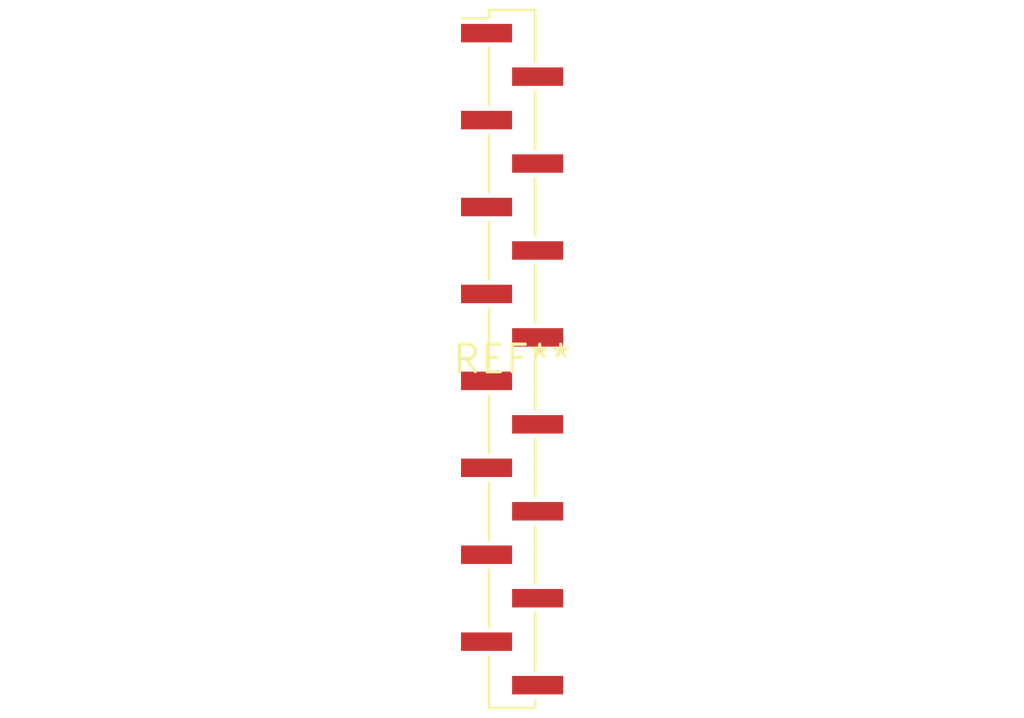
<source format=kicad_pcb>
(kicad_pcb (version 20240108) (generator pcbnew)
  (layers (0 "F.Cu" signal) (31 "B.Cu" signal) (34 "B.Paste" user) (35 "F.Paste" user) (36 "B.SilkS" user "B.Silkscreen") (37 "F.SilkS" user "F.Silkscreen") (38 "B.Mask" user) (39 "F.Mask" user) (44 "Edge.Cuts" user))
  (net 0 "")
  (footprint "PinHeader_1x16_P2.00mm_Vertical_SMD_Pin1Left" (layer "F.Cu") (at 0 0)
    (property "Reference" "REF**")
    (property "Value" "PinHeader_1x16_P2.00mm_Vertical_SMD_Pin1Left")
    (fp_line (start -1.06 -16.06) (end -1.06 -15.685) (layer "F.SilkS") (stroke (width 0.12)))
    (fp_line (start -1.06 -16.06) (end 1.06 -16.06) (layer "F.SilkS") (stroke (width 0.12)))
    (fp_line (start -1.06 -15.685) (end -2.29 -15.685) (layer "F.SilkS") (stroke (width 0.12)))
    (fp_line (start -1.06 -14.315) (end -1.06 -11.685) (layer "F.SilkS") (stroke (width 0.12)))
    (fp_line (start -1.06 -10.315) (end -1.06 -7.685) (layer "F.SilkS") (stroke (width 0.12)))
    (fp_line (start -1.06 -6.315) (end -1.06 -3.685) (layer "F.SilkS") (stroke (width 0.12)))
    (fp_line (start -1.06 -2.315) (end -1.06 0.315) (layer "F.SilkS") (stroke (width 0.12)))
    (fp_line (start -1.06 1.685) (end -1.06 4.315) (layer "F.SilkS") (stroke (width 0.12)))
    (fp_line (start -1.06 5.685) (end -1.06 8.315) (layer "F.SilkS") (stroke (width 0.12)))
    (fp_line (start -1.06 9.685) (end -1.06 12.315) (layer "F.SilkS") (stroke (width 0.12)))
    (fp_line (start -1.06 13.685) (end -1.06 16.06) (layer "F.SilkS") (stroke (width 0.12)))
    (fp_line (start -1.06 16.06) (end 1.06 16.06) (layer "F.SilkS") (stroke (width 0.12)))
    (fp_line (start 1.06 -16.06) (end 1.06 -13.685) (layer "F.SilkS") (stroke (width 0.12)))
    (fp_line (start 1.06 -12.315) (end 1.06 -9.685) (layer "F.SilkS") (stroke (width 0.12)))
    (fp_line (start 1.06 -8.315) (end 1.06 -5.685) (layer "F.SilkS") (stroke (width 0.12)))
    (fp_line (start 1.06 -4.315) (end 1.06 -1.685) (layer "F.SilkS") (stroke (width 0.12)))
    (fp_line (start 1.06 -0.315) (end 1.06 2.315) (layer "F.SilkS") (stroke (width 0.12)))
    (fp_line (start 1.06 3.685) (end 1.06 6.315) (layer "F.SilkS") (stroke (width 0.12)))
    (fp_line (start 1.06 7.685) (end 1.06 10.315) (layer "F.SilkS") (stroke (width 0.12)))
    (fp_line (start 1.06 11.685) (end 1.06 14.315) (layer "F.SilkS") (stroke (width 0.12)))
    (fp_line (start 1.06 15.685) (end 1.06 16.06) (layer "F.SilkS") (stroke (width 0.12)))
    (pad "1" smd rect (at -1.175 -15) (size 2.35 0.85) (layers "F.Cu" "F.Paste" "F.Mask"))
    (pad "2" smd rect (at 1.175 -13) (size 2.35 0.85) (layers "F.Cu" "F.Paste" "F.Mask"))
    (pad "3" smd rect (at -1.175 -11) (size 2.35 0.85) (layers "F.Cu" "F.Paste" "F.Mask"))
    (pad "4" smd rect (at 1.175 -9) (size 2.35 0.85) (layers "F.Cu" "F.Paste" "F.Mask"))
    (pad "5" smd rect (at -1.175 -7) (size 2.35 0.85) (layers "F.Cu" "F.Paste" "F.Mask"))
    (pad "6" smd rect (at 1.175 -5) (size 2.35 0.85) (layers "F.Cu" "F.Paste" "F.Mask"))
    (pad "7" smd rect (at -1.175 -3) (size 2.35 0.85) (layers "F.Cu" "F.Paste" "F.Mask"))
    (pad "8" smd rect (at 1.175 -1) (size 2.35 0.85) (layers "F.Cu" "F.Paste" "F.Mask"))
    (pad "9" smd rect (at -1.175 1) (size 2.35 0.85) (layers "F.Cu" "F.Paste" "F.Mask"))
    (pad "10" smd rect (at 1.175 3) (size 2.35 0.85) (layers "F.Cu" "F.Paste" "F.Mask"))
    (pad "11" smd rect (at -1.175 5) (size 2.35 0.85) (layers "F.Cu" "F.Paste" "F.Mask"))
    (pad "12" smd rect (at 1.175 7) (size 2.35 0.85) (layers "F.Cu" "F.Paste" "F.Mask"))
    (pad "13" smd rect (at -1.175 9) (size 2.35 0.85) (layers "F.Cu" "F.Paste" "F.Mask"))
    (pad "14" smd rect (at 1.175 11) (size 2.35 0.85) (layers "F.Cu" "F.Paste" "F.Mask"))
    (pad "15" smd rect (at -1.175 13) (size 2.35 0.85) (layers "F.Cu" "F.Paste" "F.Mask"))
    (pad "16" smd rect (at 1.175 15) (size 2.35 0.85) (layers "F.Cu" "F.Paste" "F.Mask"))
  )
)
</source>
